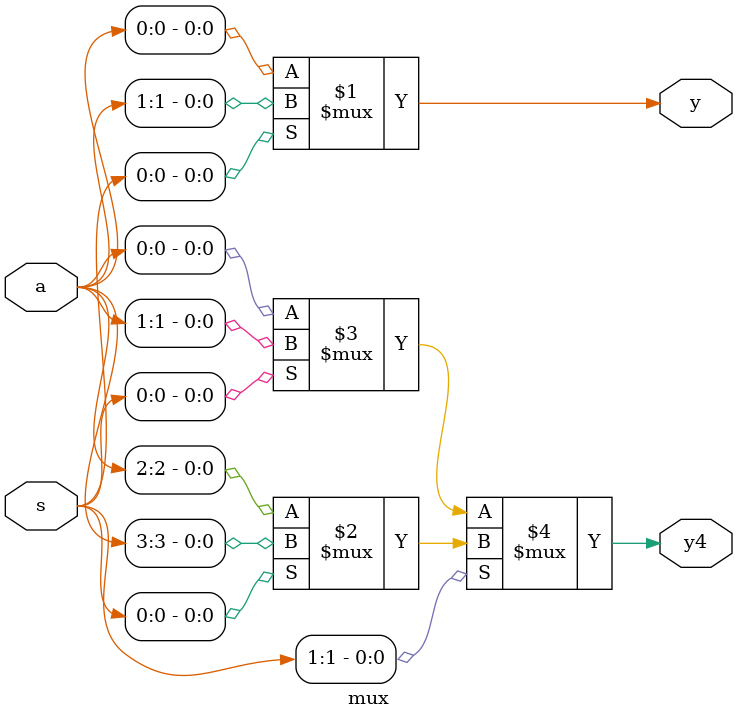
<source format=v>
`timescale 1ns / 1ps

module mux(input [3:0]a,
            input [1:0]s,
            output y,y4);
// 2:1 mux using conditonal operator
assign y=((s[0])?a[1]:a[0]);

//for 4:1 mux using conditonal operator
assign y4=((s[1])?((s[0])?a[3]:a[2]):((s[0])?a[1]:a[0]));

endmodule

//top module
/*module top(sw,led);
input [5:0]sw;
output [1:0]led;
mux top(sw[3:0],sw[5:4],led[0],led[1]);

endmodule
*/

</source>
